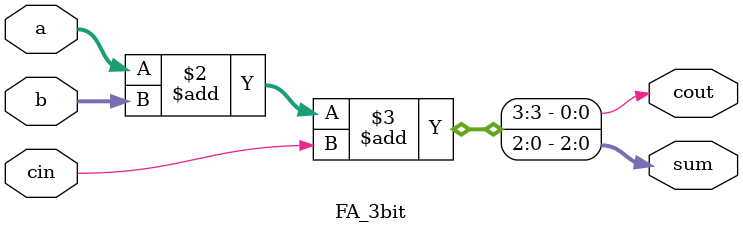
<source format=v>
module FA_3bit(input wire [2:0] a,b,input wire cin, output reg [2:0]sum,output reg cout);
  always @(*) begin
    {cout,sum}=a+b+cin;
  end
endmodule
</source>
